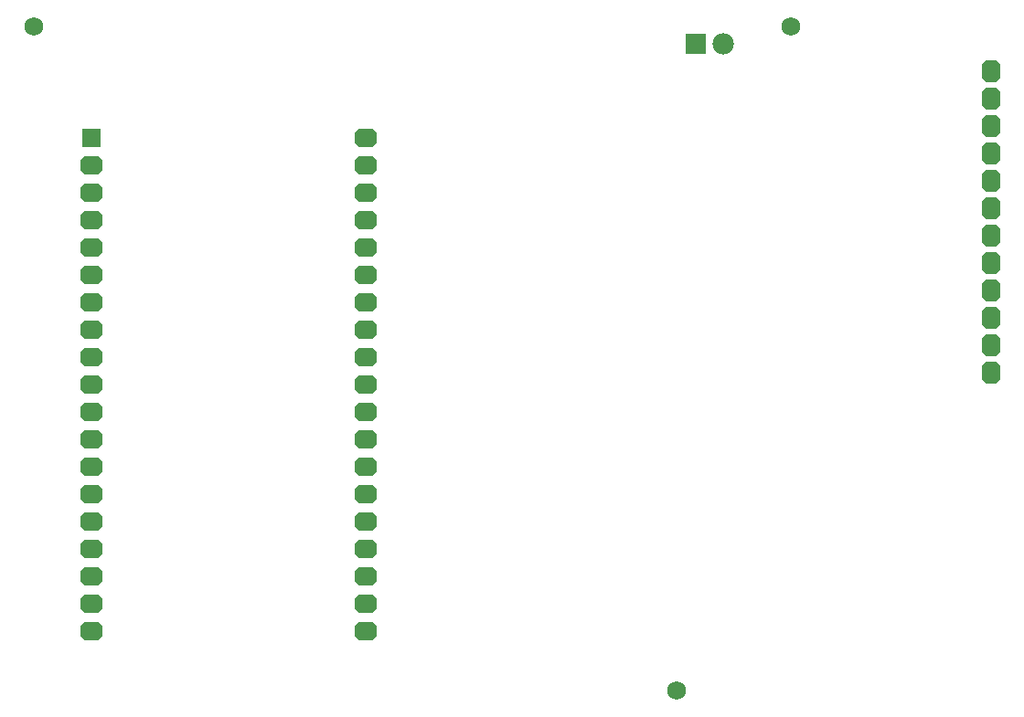
<source format=gbs>
G04*
G04 #@! TF.GenerationSoftware,Altium Limited,Altium Designer,20.0.13 (296)*
G04*
G04 Layer_Color=16711935*
%FSLAX25Y25*%
%MOIN*%
G70*
G01*
G75*
%ADD28C,0.06800*%
%ADD29C,0.07828*%
%ADD30R,0.07828X0.07828*%
%ADD31R,0.06942X0.06942*%
G04:AMPARAMS|DCode=32|XSize=82.8mil|YSize=69.42mil|CornerRadius=0mil|HoleSize=0mil|Usage=FLASHONLY|Rotation=0.000|XOffset=0mil|YOffset=0mil|HoleType=Round|Shape=Octagon|*
%AMOCTAGOND32*
4,1,8,0.04140,-0.01735,0.04140,0.01735,0.02405,0.03471,-0.02405,0.03471,-0.04140,0.01735,-0.04140,-0.01735,-0.02405,-0.03471,0.02405,-0.03471,0.04140,-0.01735,0.0*
%
%ADD32OCTAGOND32*%

G04:AMPARAMS|DCode=33|XSize=82.8mil|YSize=67.06mil|CornerRadius=0mil|HoleSize=0mil|Usage=FLASHONLY|Rotation=90.000|XOffset=0mil|YOffset=0mil|HoleType=Round|Shape=Octagon|*
%AMOCTAGOND33*
4,1,8,0.01676,0.04140,-0.01676,0.04140,-0.03353,0.02464,-0.03353,-0.02464,-0.01676,-0.04140,0.01676,-0.04140,0.03353,-0.02464,0.03353,0.02464,0.01676,0.04140,0.0*
%
%ADD33OCTAGOND33*%

D28*
X249500Y13000D02*
D03*
X291000Y255500D02*
D03*
X15000D02*
D03*
D29*
X266500Y249000D02*
D03*
D30*
X256500D02*
D03*
D31*
X36000Y214795D02*
D03*
D32*
Y204795D02*
D03*
Y34795D02*
D03*
Y194795D02*
D03*
Y184795D02*
D03*
Y174795D02*
D03*
Y164795D02*
D03*
Y154795D02*
D03*
Y144795D02*
D03*
Y134795D02*
D03*
Y124795D02*
D03*
Y114795D02*
D03*
Y104795D02*
D03*
Y94795D02*
D03*
Y84795D02*
D03*
Y74795D02*
D03*
Y64795D02*
D03*
Y54795D02*
D03*
Y44795D02*
D03*
X136000Y214795D02*
D03*
Y204795D02*
D03*
Y194795D02*
D03*
Y184795D02*
D03*
Y174795D02*
D03*
Y164795D02*
D03*
Y154795D02*
D03*
Y144795D02*
D03*
Y134795D02*
D03*
Y124795D02*
D03*
Y114795D02*
D03*
Y104795D02*
D03*
Y94795D02*
D03*
Y84795D02*
D03*
Y74795D02*
D03*
Y64795D02*
D03*
Y54795D02*
D03*
Y44795D02*
D03*
Y34795D02*
D03*
D33*
X364000Y239000D02*
D03*
Y229000D02*
D03*
Y219000D02*
D03*
Y209000D02*
D03*
Y199000D02*
D03*
Y189000D02*
D03*
Y179000D02*
D03*
Y169000D02*
D03*
Y159000D02*
D03*
Y149000D02*
D03*
Y139000D02*
D03*
Y129000D02*
D03*
M02*

</source>
